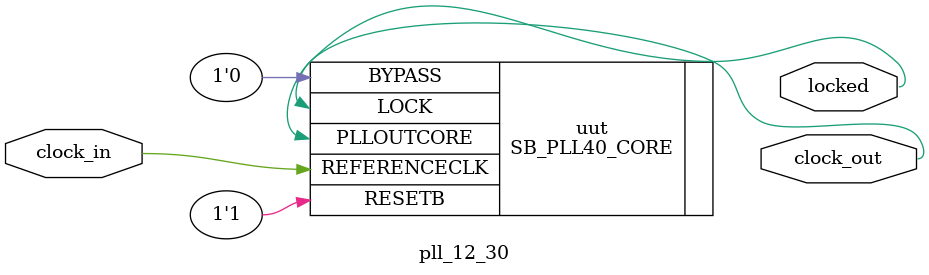
<source format=v>
/**
 * PLL configuration
 *
 * This Verilog module was generated automatically
 * using the icepll tool from the IceStorm project.
 * Use at your own risk.
 *
 * Given input frequency:        12.000 MHz
 * Requested output frequency:   30.000 MHz
 * Achieved output frequency:    30.000 MHz
 */

module pll_12_30 (
	input  clock_in,
	output clock_out,
	output locked
	);

SB_PLL40_CORE #(
		.FEEDBACK_PATH("SIMPLE"),
		.DIVR(4'b0000),		// DIVR =  0
		.DIVF(7'b1001111),	// DIVF = 79
		.DIVQ(3'b101),		// DIVQ =  5
		.FILTER_RANGE(3'b001)	// FILTER_RANGE = 1
	) uut (
		.LOCK(locked),
		.RESETB(1'b1),
		.BYPASS(1'b0),
		.REFERENCECLK(clock_in),
		.PLLOUTCORE(clock_out)
		);

endmodule

</source>
